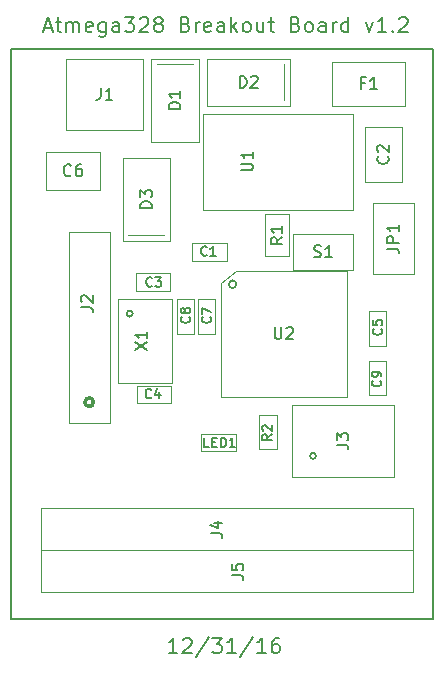
<source format=gbr>
%TF.GenerationSoftware,KiCad,Pcbnew,4.0.4+e1-6308~48~ubuntu16.04.1-stable*%
%TF.CreationDate,2016-12-31T15:13:52-08:00*%
%TF.ProjectId,atmega328,61746D6567613332382E6B696361645F,1.2*%
%TF.FileFunction,Other,Fab,Top*%
%FSLAX46Y46*%
G04 Gerber Fmt 4.6, Leading zero omitted, Abs format (unit mm)*
G04 Created by KiCad (PCBNEW 4.0.4+e1-6308~48~ubuntu16.04.1-stable) date Sat Dec 31 15:13:52 2016*
%MOMM*%
%LPD*%
G01*
G04 APERTURE LIST*
%ADD10C,0.350000*%
%ADD11C,0.152400*%
%ADD12C,0.203200*%
%ADD13C,0.300000*%
%ADD14C,0.050000*%
%ADD15C,0.200000*%
%ADD16C,0.100000*%
%ADD17C,0.045720*%
%ADD18C,0.150000*%
%ADD19C,0.177800*%
G04 APERTURE END LIST*
D10*
D11*
X141097000Y-135382000D02*
X141097000Y-87122000D01*
X105410000Y-135382000D02*
X141097000Y-135382000D01*
X105410000Y-87122000D02*
X105410000Y-135382000D01*
X141097000Y-87122000D02*
X105410000Y-87122000D01*
D12*
X119452571Y-138242524D02*
X118726857Y-138242524D01*
X119089714Y-138242524D02*
X119089714Y-136972524D01*
X118968762Y-137153952D01*
X118847809Y-137274905D01*
X118726857Y-137335381D01*
X119936381Y-137093476D02*
X119996857Y-137033000D01*
X120117809Y-136972524D01*
X120420190Y-136972524D01*
X120541143Y-137033000D01*
X120601619Y-137093476D01*
X120662095Y-137214429D01*
X120662095Y-137335381D01*
X120601619Y-137516810D01*
X119875905Y-138242524D01*
X120662095Y-138242524D01*
X122113524Y-136912048D02*
X121024952Y-138544905D01*
X122415905Y-136972524D02*
X123202095Y-136972524D01*
X122778762Y-137456333D01*
X122960190Y-137456333D01*
X123081143Y-137516810D01*
X123141619Y-137577286D01*
X123202095Y-137698238D01*
X123202095Y-138000619D01*
X123141619Y-138121571D01*
X123081143Y-138182048D01*
X122960190Y-138242524D01*
X122597333Y-138242524D01*
X122476381Y-138182048D01*
X122415905Y-138121571D01*
X124411619Y-138242524D02*
X123685905Y-138242524D01*
X124048762Y-138242524D02*
X124048762Y-136972524D01*
X123927810Y-137153952D01*
X123806857Y-137274905D01*
X123685905Y-137335381D01*
X125863048Y-136912048D02*
X124774476Y-138544905D01*
X126951619Y-138242524D02*
X126225905Y-138242524D01*
X126588762Y-138242524D02*
X126588762Y-136972524D01*
X126467810Y-137153952D01*
X126346857Y-137274905D01*
X126225905Y-137335381D01*
X128040191Y-136972524D02*
X127798286Y-136972524D01*
X127677334Y-137033000D01*
X127616857Y-137093476D01*
X127495905Y-137274905D01*
X127435429Y-137516810D01*
X127435429Y-138000619D01*
X127495905Y-138121571D01*
X127556381Y-138182048D01*
X127677334Y-138242524D01*
X127919238Y-138242524D01*
X128040191Y-138182048D01*
X128100667Y-138121571D01*
X128161143Y-138000619D01*
X128161143Y-137698238D01*
X128100667Y-137577286D01*
X128040191Y-137516810D01*
X127919238Y-137456333D01*
X127677334Y-137456333D01*
X127556381Y-137516810D01*
X127495905Y-137577286D01*
X127435429Y-137698238D01*
X108179810Y-85301667D02*
X108784572Y-85301667D01*
X108058857Y-85664524D02*
X108482191Y-84394524D01*
X108905524Y-85664524D01*
X109147428Y-84817857D02*
X109631238Y-84817857D01*
X109328857Y-84394524D02*
X109328857Y-85483095D01*
X109389333Y-85604048D01*
X109510286Y-85664524D01*
X109631238Y-85664524D01*
X110054571Y-85664524D02*
X110054571Y-84817857D01*
X110054571Y-84938810D02*
X110115047Y-84878333D01*
X110236000Y-84817857D01*
X110417428Y-84817857D01*
X110538380Y-84878333D01*
X110598857Y-84999286D01*
X110598857Y-85664524D01*
X110598857Y-84999286D02*
X110659333Y-84878333D01*
X110780285Y-84817857D01*
X110961714Y-84817857D01*
X111082666Y-84878333D01*
X111143142Y-84999286D01*
X111143142Y-85664524D01*
X112231713Y-85604048D02*
X112110761Y-85664524D01*
X111868856Y-85664524D01*
X111747904Y-85604048D01*
X111687428Y-85483095D01*
X111687428Y-84999286D01*
X111747904Y-84878333D01*
X111868856Y-84817857D01*
X112110761Y-84817857D01*
X112231713Y-84878333D01*
X112292190Y-84999286D01*
X112292190Y-85120238D01*
X111687428Y-85241190D01*
X113380761Y-84817857D02*
X113380761Y-85845952D01*
X113320284Y-85966905D01*
X113259808Y-86027381D01*
X113138856Y-86087857D01*
X112957427Y-86087857D01*
X112836475Y-86027381D01*
X113380761Y-85604048D02*
X113259808Y-85664524D01*
X113017904Y-85664524D01*
X112896951Y-85604048D01*
X112836475Y-85543571D01*
X112775999Y-85422619D01*
X112775999Y-85059762D01*
X112836475Y-84938810D01*
X112896951Y-84878333D01*
X113017904Y-84817857D01*
X113259808Y-84817857D01*
X113380761Y-84878333D01*
X114529809Y-85664524D02*
X114529809Y-84999286D01*
X114469332Y-84878333D01*
X114348380Y-84817857D01*
X114106475Y-84817857D01*
X113985523Y-84878333D01*
X114529809Y-85604048D02*
X114408856Y-85664524D01*
X114106475Y-85664524D01*
X113985523Y-85604048D01*
X113925047Y-85483095D01*
X113925047Y-85362143D01*
X113985523Y-85241190D01*
X114106475Y-85180714D01*
X114408856Y-85180714D01*
X114529809Y-85120238D01*
X115013619Y-84394524D02*
X115799809Y-84394524D01*
X115376476Y-84878333D01*
X115557904Y-84878333D01*
X115678857Y-84938810D01*
X115739333Y-84999286D01*
X115799809Y-85120238D01*
X115799809Y-85422619D01*
X115739333Y-85543571D01*
X115678857Y-85604048D01*
X115557904Y-85664524D01*
X115195047Y-85664524D01*
X115074095Y-85604048D01*
X115013619Y-85543571D01*
X116283619Y-84515476D02*
X116344095Y-84455000D01*
X116465047Y-84394524D01*
X116767428Y-84394524D01*
X116888381Y-84455000D01*
X116948857Y-84515476D01*
X117009333Y-84636429D01*
X117009333Y-84757381D01*
X116948857Y-84938810D01*
X116223143Y-85664524D01*
X117009333Y-85664524D01*
X117735048Y-84938810D02*
X117614095Y-84878333D01*
X117553619Y-84817857D01*
X117493143Y-84696905D01*
X117493143Y-84636429D01*
X117553619Y-84515476D01*
X117614095Y-84455000D01*
X117735048Y-84394524D01*
X117976952Y-84394524D01*
X118097905Y-84455000D01*
X118158381Y-84515476D01*
X118218857Y-84636429D01*
X118218857Y-84696905D01*
X118158381Y-84817857D01*
X118097905Y-84878333D01*
X117976952Y-84938810D01*
X117735048Y-84938810D01*
X117614095Y-84999286D01*
X117553619Y-85059762D01*
X117493143Y-85180714D01*
X117493143Y-85422619D01*
X117553619Y-85543571D01*
X117614095Y-85604048D01*
X117735048Y-85664524D01*
X117976952Y-85664524D01*
X118097905Y-85604048D01*
X118158381Y-85543571D01*
X118218857Y-85422619D01*
X118218857Y-85180714D01*
X118158381Y-85059762D01*
X118097905Y-84999286D01*
X117976952Y-84938810D01*
X120154095Y-84999286D02*
X120335524Y-85059762D01*
X120396000Y-85120238D01*
X120456476Y-85241190D01*
X120456476Y-85422619D01*
X120396000Y-85543571D01*
X120335524Y-85604048D01*
X120214571Y-85664524D01*
X119730762Y-85664524D01*
X119730762Y-84394524D01*
X120154095Y-84394524D01*
X120275048Y-84455000D01*
X120335524Y-84515476D01*
X120396000Y-84636429D01*
X120396000Y-84757381D01*
X120335524Y-84878333D01*
X120275048Y-84938810D01*
X120154095Y-84999286D01*
X119730762Y-84999286D01*
X121000762Y-85664524D02*
X121000762Y-84817857D01*
X121000762Y-85059762D02*
X121061238Y-84938810D01*
X121121714Y-84878333D01*
X121242667Y-84817857D01*
X121363619Y-84817857D01*
X122270761Y-85604048D02*
X122149809Y-85664524D01*
X121907904Y-85664524D01*
X121786952Y-85604048D01*
X121726476Y-85483095D01*
X121726476Y-84999286D01*
X121786952Y-84878333D01*
X121907904Y-84817857D01*
X122149809Y-84817857D01*
X122270761Y-84878333D01*
X122331238Y-84999286D01*
X122331238Y-85120238D01*
X121726476Y-85241190D01*
X123419809Y-85664524D02*
X123419809Y-84999286D01*
X123359332Y-84878333D01*
X123238380Y-84817857D01*
X122996475Y-84817857D01*
X122875523Y-84878333D01*
X123419809Y-85604048D02*
X123298856Y-85664524D01*
X122996475Y-85664524D01*
X122875523Y-85604048D01*
X122815047Y-85483095D01*
X122815047Y-85362143D01*
X122875523Y-85241190D01*
X122996475Y-85180714D01*
X123298856Y-85180714D01*
X123419809Y-85120238D01*
X124024571Y-85664524D02*
X124024571Y-84394524D01*
X124145523Y-85180714D02*
X124508380Y-85664524D01*
X124508380Y-84817857D02*
X124024571Y-85301667D01*
X125234095Y-85664524D02*
X125113142Y-85604048D01*
X125052666Y-85543571D01*
X124992190Y-85422619D01*
X124992190Y-85059762D01*
X125052666Y-84938810D01*
X125113142Y-84878333D01*
X125234095Y-84817857D01*
X125415523Y-84817857D01*
X125536475Y-84878333D01*
X125596952Y-84938810D01*
X125657428Y-85059762D01*
X125657428Y-85422619D01*
X125596952Y-85543571D01*
X125536475Y-85604048D01*
X125415523Y-85664524D01*
X125234095Y-85664524D01*
X126746000Y-84817857D02*
X126746000Y-85664524D01*
X126201714Y-84817857D02*
X126201714Y-85483095D01*
X126262190Y-85604048D01*
X126383143Y-85664524D01*
X126564571Y-85664524D01*
X126685523Y-85604048D01*
X126746000Y-85543571D01*
X127169333Y-84817857D02*
X127653143Y-84817857D01*
X127350762Y-84394524D02*
X127350762Y-85483095D01*
X127411238Y-85604048D01*
X127532191Y-85664524D01*
X127653143Y-85664524D01*
X129467428Y-84999286D02*
X129648857Y-85059762D01*
X129709333Y-85120238D01*
X129769809Y-85241190D01*
X129769809Y-85422619D01*
X129709333Y-85543571D01*
X129648857Y-85604048D01*
X129527904Y-85664524D01*
X129044095Y-85664524D01*
X129044095Y-84394524D01*
X129467428Y-84394524D01*
X129588381Y-84455000D01*
X129648857Y-84515476D01*
X129709333Y-84636429D01*
X129709333Y-84757381D01*
X129648857Y-84878333D01*
X129588381Y-84938810D01*
X129467428Y-84999286D01*
X129044095Y-84999286D01*
X130495524Y-85664524D02*
X130374571Y-85604048D01*
X130314095Y-85543571D01*
X130253619Y-85422619D01*
X130253619Y-85059762D01*
X130314095Y-84938810D01*
X130374571Y-84878333D01*
X130495524Y-84817857D01*
X130676952Y-84817857D01*
X130797904Y-84878333D01*
X130858381Y-84938810D01*
X130918857Y-85059762D01*
X130918857Y-85422619D01*
X130858381Y-85543571D01*
X130797904Y-85604048D01*
X130676952Y-85664524D01*
X130495524Y-85664524D01*
X132007429Y-85664524D02*
X132007429Y-84999286D01*
X131946952Y-84878333D01*
X131826000Y-84817857D01*
X131584095Y-84817857D01*
X131463143Y-84878333D01*
X132007429Y-85604048D02*
X131886476Y-85664524D01*
X131584095Y-85664524D01*
X131463143Y-85604048D01*
X131402667Y-85483095D01*
X131402667Y-85362143D01*
X131463143Y-85241190D01*
X131584095Y-85180714D01*
X131886476Y-85180714D01*
X132007429Y-85120238D01*
X132612191Y-85664524D02*
X132612191Y-84817857D01*
X132612191Y-85059762D02*
X132672667Y-84938810D01*
X132733143Y-84878333D01*
X132854096Y-84817857D01*
X132975048Y-84817857D01*
X133942667Y-85664524D02*
X133942667Y-84394524D01*
X133942667Y-85604048D02*
X133821714Y-85664524D01*
X133579810Y-85664524D01*
X133458857Y-85604048D01*
X133398381Y-85543571D01*
X133337905Y-85422619D01*
X133337905Y-85059762D01*
X133398381Y-84938810D01*
X133458857Y-84878333D01*
X133579810Y-84817857D01*
X133821714Y-84817857D01*
X133942667Y-84878333D01*
X135394096Y-84817857D02*
X135696477Y-85664524D01*
X135998857Y-84817857D01*
X137147905Y-85664524D02*
X136422191Y-85664524D01*
X136785048Y-85664524D02*
X136785048Y-84394524D01*
X136664096Y-84575952D01*
X136543143Y-84696905D01*
X136422191Y-84757381D01*
X137692191Y-85543571D02*
X137752667Y-85604048D01*
X137692191Y-85664524D01*
X137631715Y-85604048D01*
X137692191Y-85543571D01*
X137692191Y-85664524D01*
X138236477Y-84515476D02*
X138296953Y-84455000D01*
X138417905Y-84394524D01*
X138720286Y-84394524D01*
X138841239Y-84455000D01*
X138901715Y-84515476D01*
X138962191Y-84636429D01*
X138962191Y-84757381D01*
X138901715Y-84938810D01*
X138176001Y-85664524D01*
X138962191Y-85664524D01*
D13*
X112347810Y-116992400D02*
G75*
G03X112347810Y-116992400I-359210J0D01*
G01*
D14*
X113738600Y-118742400D02*
X113738600Y-102542400D01*
X113748600Y-118732400D02*
X110248600Y-118732400D01*
X110258600Y-118752400D02*
X110258600Y-102552400D01*
X113758600Y-102562400D02*
X110258600Y-102562400D01*
X126873000Y-104648000D02*
X128905000Y-104648000D01*
X126873000Y-101092000D02*
X126873000Y-104648000D01*
X128905000Y-101092000D02*
X126873000Y-101092000D01*
X128905000Y-104648000D02*
X128905000Y-101092000D01*
X121486000Y-119646000D02*
X124386000Y-119646000D01*
X121486000Y-119646000D02*
X121486000Y-121146000D01*
X124386000Y-119646000D02*
X124386000Y-121146000D01*
X121486000Y-121146000D02*
X124386000Y-121146000D01*
X107950000Y-125984000D02*
X139446000Y-125984000D01*
X139446000Y-129540000D02*
X139446000Y-125984000D01*
X107950000Y-129540000D02*
X139446000Y-129540000D01*
X107950000Y-125984000D02*
X107950000Y-129540000D01*
X137795000Y-117221000D02*
X129159000Y-117221000D01*
X137795000Y-123317000D02*
X137795000Y-117221000D01*
X129159000Y-123317000D02*
X137795000Y-123317000D01*
X129159000Y-117221000D02*
X129159000Y-123317000D01*
D15*
X131191000Y-121539000D02*
G75*
G03X131191000Y-121539000I-254000J0D01*
G01*
D14*
X109984000Y-87912000D02*
X116584000Y-87919560D01*
X109984000Y-87912000D02*
X109984000Y-93962000D01*
X116584000Y-87912000D02*
X116584000Y-93962000D01*
X109984000Y-93962000D02*
X116584000Y-93962000D01*
X138736000Y-91893000D02*
X132536000Y-91893000D01*
X138736000Y-88193000D02*
X132536000Y-88193000D01*
X132536000Y-91893000D02*
X132536000Y-88193000D01*
X138736000Y-91893000D02*
X138736000Y-88193000D01*
D16*
X115316000Y-102870000D02*
X118364000Y-102870000D01*
D14*
X118840000Y-103322000D02*
X114840000Y-103322000D01*
X118840000Y-96322000D02*
X118840000Y-103322000D01*
X114840000Y-96322000D02*
X118840000Y-96322000D01*
X114840000Y-103322000D02*
X114840000Y-96322000D01*
D16*
X128524000Y-91440000D02*
X128524000Y-88392000D01*
D14*
X128976000Y-87916000D02*
X128976000Y-91916000D01*
X121976000Y-87916000D02*
X128976000Y-87916000D01*
X121976000Y-91916000D02*
X121976000Y-87916000D01*
X128976000Y-91916000D02*
X121976000Y-91916000D01*
D16*
X120777000Y-88392000D02*
X117729000Y-88392000D01*
D14*
X117253000Y-87940000D02*
X121253000Y-87940000D01*
X117253000Y-94940000D02*
X117253000Y-87940000D01*
X121253000Y-94940000D02*
X117253000Y-94940000D01*
X121253000Y-87940000D02*
X121253000Y-94940000D01*
X137148000Y-113485000D02*
X137148000Y-116385000D01*
X137148000Y-113485000D02*
X135648000Y-113485000D01*
X137148000Y-116385000D02*
X135648000Y-116385000D01*
X135648000Y-113485000D02*
X135648000Y-116385000D01*
X119392000Y-111178000D02*
X119392000Y-108278000D01*
X119392000Y-111178000D02*
X120892000Y-111178000D01*
X119392000Y-108278000D02*
X120892000Y-108278000D01*
X120892000Y-111178000D02*
X120892000Y-108278000D01*
X121170000Y-111190000D02*
X121170000Y-108290000D01*
X121170000Y-111190000D02*
X122670000Y-111190000D01*
X121170000Y-108290000D02*
X122670000Y-108290000D01*
X122670000Y-111190000D02*
X122670000Y-108290000D01*
X112917000Y-99009000D02*
X112917000Y-95809000D01*
X112917000Y-99009000D02*
X108317000Y-99009000D01*
X108317000Y-99009000D02*
X108317000Y-95809000D01*
X112917000Y-95809000D02*
X108317000Y-95809000D01*
X135648000Y-112194000D02*
X135648000Y-109294000D01*
X135648000Y-112194000D02*
X137148000Y-112194000D01*
X135648000Y-109294000D02*
X137148000Y-109294000D01*
X137148000Y-112194000D02*
X137148000Y-109294000D01*
X118925000Y-117082000D02*
X116025000Y-117082000D01*
X118925000Y-117082000D02*
X118925000Y-115582000D01*
X116025000Y-117082000D02*
X116025000Y-115582000D01*
X118925000Y-115582000D02*
X116025000Y-115582000D01*
X115910000Y-106057000D02*
X118810000Y-106057000D01*
X115910000Y-106057000D02*
X115910000Y-107557000D01*
X118810000Y-106057000D02*
X118810000Y-107557000D01*
X115910000Y-107557000D02*
X118810000Y-107557000D01*
X138506000Y-93712000D02*
X135306000Y-93712000D01*
X138506000Y-93712000D02*
X138506000Y-98312000D01*
X138506000Y-98312000D02*
X135306000Y-98312000D01*
X135306000Y-93712000D02*
X135306000Y-98312000D01*
X123624000Y-105017000D02*
X120724000Y-105017000D01*
X123624000Y-105017000D02*
X123624000Y-103517000D01*
X120724000Y-105017000D02*
X120724000Y-103517000D01*
X123624000Y-103517000D02*
X120724000Y-103517000D01*
X127877000Y-118045000D02*
X127877000Y-120945000D01*
X127877000Y-118045000D02*
X126377000Y-118045000D01*
X127877000Y-120945000D02*
X126377000Y-120945000D01*
X126377000Y-118045000D02*
X126377000Y-120945000D01*
X118973600Y-108229400D02*
X118973600Y-115341400D01*
X114401600Y-108229400D02*
X118973600Y-108229400D01*
X114401600Y-115341400D02*
X114401600Y-108229400D01*
X118973600Y-115341400D02*
X114401600Y-115341400D01*
D15*
X115671600Y-109499400D02*
G75*
G03X115671600Y-109499400I-254000J0D01*
G01*
D14*
X121584720Y-100711000D02*
X121584720Y-92583000D01*
X134284720Y-100711000D02*
X121584720Y-100711000D01*
X134284720Y-100457000D02*
X134284720Y-100711000D01*
X134284720Y-92583000D02*
X134284720Y-100457000D01*
X121584720Y-92583000D02*
X134284720Y-92583000D01*
X134337000Y-105791000D02*
X129257000Y-105791000D01*
X134337000Y-102743000D02*
X134337000Y-105791000D01*
X129257000Y-102743000D02*
X134337000Y-102743000D01*
X129257000Y-105791000D02*
X129257000Y-102743000D01*
X139446000Y-133096000D02*
X107950000Y-133096000D01*
X107950000Y-129540000D02*
X107950000Y-133096000D01*
X139446000Y-129540000D02*
X107950000Y-129540000D01*
X139446000Y-133096000D02*
X139446000Y-129540000D01*
X135981500Y-100144000D02*
X135981500Y-106144000D01*
X135981500Y-100144000D02*
X139481500Y-100144000D01*
X139481500Y-106144000D02*
X139481500Y-100144000D01*
X135981500Y-106144000D02*
X139481500Y-106144000D01*
D17*
X123113800Y-106938500D02*
X124447300Y-105859000D01*
D11*
X124447300Y-107002000D02*
G75*
G03X124447300Y-107002000I-317500J0D01*
G01*
D14*
X133781800Y-116527000D02*
X133781800Y-105859000D01*
X123113800Y-116527000D02*
X133781800Y-116527000D01*
X123113800Y-106938500D02*
X123113800Y-116527000D01*
X133781800Y-105859000D02*
X124447300Y-105859000D01*
D18*
X111270981Y-108935733D02*
X111985267Y-108935733D01*
X112128124Y-108983353D01*
X112223362Y-109078591D01*
X112270981Y-109221448D01*
X112270981Y-109316686D01*
X111366219Y-108507162D02*
X111318600Y-108459543D01*
X111270981Y-108364305D01*
X111270981Y-108126209D01*
X111318600Y-108030971D01*
X111366219Y-107983352D01*
X111461457Y-107935733D01*
X111556695Y-107935733D01*
X111699552Y-107983352D01*
X112270981Y-108554781D01*
X112270981Y-107935733D01*
X128341381Y-103036666D02*
X127865190Y-103370000D01*
X128341381Y-103608095D02*
X127341381Y-103608095D01*
X127341381Y-103227142D01*
X127389000Y-103131904D01*
X127436619Y-103084285D01*
X127531857Y-103036666D01*
X127674714Y-103036666D01*
X127769952Y-103084285D01*
X127817571Y-103131904D01*
X127865190Y-103227142D01*
X127865190Y-103608095D01*
X128341381Y-102084285D02*
X128341381Y-102655714D01*
X128341381Y-102370000D02*
X127341381Y-102370000D01*
X127484238Y-102465238D01*
X127579476Y-102560476D01*
X127627095Y-102655714D01*
X122130762Y-120797905D02*
X121749809Y-120797905D01*
X121749809Y-119997905D01*
X122397428Y-120378857D02*
X122664095Y-120378857D01*
X122778381Y-120797905D02*
X122397428Y-120797905D01*
X122397428Y-119997905D01*
X122778381Y-119997905D01*
X123121238Y-120797905D02*
X123121238Y-119997905D01*
X123311714Y-119997905D01*
X123426000Y-120036000D01*
X123502191Y-120112190D01*
X123540286Y-120188381D01*
X123578381Y-120340762D01*
X123578381Y-120455048D01*
X123540286Y-120607429D01*
X123502191Y-120683619D01*
X123426000Y-120759810D01*
X123311714Y-120797905D01*
X123121238Y-120797905D01*
X124340286Y-120797905D02*
X123883143Y-120797905D01*
X124111714Y-120797905D02*
X124111714Y-119997905D01*
X124035524Y-120112190D01*
X123959333Y-120188381D01*
X123883143Y-120226476D01*
X122261381Y-128095333D02*
X122975667Y-128095333D01*
X123118524Y-128142953D01*
X123213762Y-128238191D01*
X123261381Y-128381048D01*
X123261381Y-128476286D01*
X122594714Y-127190571D02*
X123261381Y-127190571D01*
X122213762Y-127428667D02*
X122928048Y-127666762D01*
X122928048Y-127047714D01*
X132929381Y-120602333D02*
X133643667Y-120602333D01*
X133786524Y-120649953D01*
X133881762Y-120745191D01*
X133929381Y-120888048D01*
X133929381Y-120983286D01*
X132929381Y-120221381D02*
X132929381Y-119602333D01*
X133310333Y-119935667D01*
X133310333Y-119792809D01*
X133357952Y-119697571D01*
X133405571Y-119649952D01*
X133500810Y-119602333D01*
X133738905Y-119602333D01*
X133834143Y-119649952D01*
X133881762Y-119697571D01*
X133929381Y-119792809D01*
X133929381Y-120078524D01*
X133881762Y-120173762D01*
X133834143Y-120221381D01*
X112950667Y-90384381D02*
X112950667Y-91098667D01*
X112903047Y-91241524D01*
X112807809Y-91336762D01*
X112664952Y-91384381D01*
X112569714Y-91384381D01*
X113950667Y-91384381D02*
X113379238Y-91384381D01*
X113664952Y-91384381D02*
X113664952Y-90384381D01*
X113569714Y-90527238D01*
X113474476Y-90622476D01*
X113379238Y-90670095D01*
X135302667Y-89971571D02*
X134969333Y-89971571D01*
X134969333Y-90495381D02*
X134969333Y-89495381D01*
X135445524Y-89495381D01*
X136350286Y-90495381D02*
X135778857Y-90495381D01*
X136064571Y-90495381D02*
X136064571Y-89495381D01*
X135969333Y-89638238D01*
X135874095Y-89733476D01*
X135778857Y-89781095D01*
X117292381Y-100560095D02*
X116292381Y-100560095D01*
X116292381Y-100322000D01*
X116340000Y-100179142D01*
X116435238Y-100083904D01*
X116530476Y-100036285D01*
X116720952Y-99988666D01*
X116863810Y-99988666D01*
X117054286Y-100036285D01*
X117149524Y-100083904D01*
X117244762Y-100179142D01*
X117292381Y-100322000D01*
X117292381Y-100560095D01*
X116292381Y-99655333D02*
X116292381Y-99036285D01*
X116673333Y-99369619D01*
X116673333Y-99226761D01*
X116720952Y-99131523D01*
X116768571Y-99083904D01*
X116863810Y-99036285D01*
X117101905Y-99036285D01*
X117197143Y-99083904D01*
X117244762Y-99131523D01*
X117292381Y-99226761D01*
X117292381Y-99512476D01*
X117244762Y-99607714D01*
X117197143Y-99655333D01*
X124737905Y-90368381D02*
X124737905Y-89368381D01*
X124976000Y-89368381D01*
X125118858Y-89416000D01*
X125214096Y-89511238D01*
X125261715Y-89606476D01*
X125309334Y-89796952D01*
X125309334Y-89939810D01*
X125261715Y-90130286D01*
X125214096Y-90225524D01*
X125118858Y-90320762D01*
X124976000Y-90368381D01*
X124737905Y-90368381D01*
X125690286Y-89463619D02*
X125737905Y-89416000D01*
X125833143Y-89368381D01*
X126071239Y-89368381D01*
X126166477Y-89416000D01*
X126214096Y-89463619D01*
X126261715Y-89558857D01*
X126261715Y-89654095D01*
X126214096Y-89796952D01*
X125642667Y-90368381D01*
X126261715Y-90368381D01*
X119705381Y-92178095D02*
X118705381Y-92178095D01*
X118705381Y-91940000D01*
X118753000Y-91797142D01*
X118848238Y-91701904D01*
X118943476Y-91654285D01*
X119133952Y-91606666D01*
X119276810Y-91606666D01*
X119467286Y-91654285D01*
X119562524Y-91701904D01*
X119657762Y-91797142D01*
X119705381Y-91940000D01*
X119705381Y-92178095D01*
X119705381Y-90654285D02*
X119705381Y-91225714D01*
X119705381Y-90940000D02*
X118705381Y-90940000D01*
X118848238Y-91035238D01*
X118943476Y-91130476D01*
X118991095Y-91225714D01*
X136643714Y-115158333D02*
X136681810Y-115196428D01*
X136719905Y-115310714D01*
X136719905Y-115386904D01*
X136681810Y-115501190D01*
X136605619Y-115577381D01*
X136529429Y-115615476D01*
X136377048Y-115653571D01*
X136262762Y-115653571D01*
X136110381Y-115615476D01*
X136034190Y-115577381D01*
X135958000Y-115501190D01*
X135919905Y-115386904D01*
X135919905Y-115310714D01*
X135958000Y-115196428D01*
X135996095Y-115158333D01*
X136719905Y-114777381D02*
X136719905Y-114625000D01*
X136681810Y-114548809D01*
X136643714Y-114510714D01*
X136529429Y-114434523D01*
X136377048Y-114396428D01*
X136072286Y-114396428D01*
X135996095Y-114434523D01*
X135958000Y-114472619D01*
X135919905Y-114548809D01*
X135919905Y-114701190D01*
X135958000Y-114777381D01*
X135996095Y-114815476D01*
X136072286Y-114853571D01*
X136262762Y-114853571D01*
X136338952Y-114815476D01*
X136377048Y-114777381D01*
X136415143Y-114701190D01*
X136415143Y-114548809D01*
X136377048Y-114472619D01*
X136338952Y-114434523D01*
X136262762Y-114396428D01*
X120467714Y-109771333D02*
X120505810Y-109809428D01*
X120543905Y-109923714D01*
X120543905Y-109999904D01*
X120505810Y-110114190D01*
X120429619Y-110190381D01*
X120353429Y-110228476D01*
X120201048Y-110266571D01*
X120086762Y-110266571D01*
X119934381Y-110228476D01*
X119858190Y-110190381D01*
X119782000Y-110114190D01*
X119743905Y-109999904D01*
X119743905Y-109923714D01*
X119782000Y-109809428D01*
X119820095Y-109771333D01*
X120086762Y-109314190D02*
X120048667Y-109390381D01*
X120010571Y-109428476D01*
X119934381Y-109466571D01*
X119896286Y-109466571D01*
X119820095Y-109428476D01*
X119782000Y-109390381D01*
X119743905Y-109314190D01*
X119743905Y-109161809D01*
X119782000Y-109085619D01*
X119820095Y-109047523D01*
X119896286Y-109009428D01*
X119934381Y-109009428D01*
X120010571Y-109047523D01*
X120048667Y-109085619D01*
X120086762Y-109161809D01*
X120086762Y-109314190D01*
X120124857Y-109390381D01*
X120162952Y-109428476D01*
X120239143Y-109466571D01*
X120391524Y-109466571D01*
X120467714Y-109428476D01*
X120505810Y-109390381D01*
X120543905Y-109314190D01*
X120543905Y-109161809D01*
X120505810Y-109085619D01*
X120467714Y-109047523D01*
X120391524Y-109009428D01*
X120239143Y-109009428D01*
X120162952Y-109047523D01*
X120124857Y-109085619D01*
X120086762Y-109161809D01*
X122245714Y-109783333D02*
X122283810Y-109821428D01*
X122321905Y-109935714D01*
X122321905Y-110011904D01*
X122283810Y-110126190D01*
X122207619Y-110202381D01*
X122131429Y-110240476D01*
X121979048Y-110278571D01*
X121864762Y-110278571D01*
X121712381Y-110240476D01*
X121636190Y-110202381D01*
X121560000Y-110126190D01*
X121521905Y-110011904D01*
X121521905Y-109935714D01*
X121560000Y-109821428D01*
X121598095Y-109783333D01*
X121521905Y-109516666D02*
X121521905Y-108983333D01*
X122321905Y-109326190D01*
X110450334Y-97766143D02*
X110402715Y-97813762D01*
X110259858Y-97861381D01*
X110164620Y-97861381D01*
X110021762Y-97813762D01*
X109926524Y-97718524D01*
X109878905Y-97623286D01*
X109831286Y-97432810D01*
X109831286Y-97289952D01*
X109878905Y-97099476D01*
X109926524Y-97004238D01*
X110021762Y-96909000D01*
X110164620Y-96861381D01*
X110259858Y-96861381D01*
X110402715Y-96909000D01*
X110450334Y-96956619D01*
X111307477Y-96861381D02*
X111117000Y-96861381D01*
X111021762Y-96909000D01*
X110974143Y-96956619D01*
X110878905Y-97099476D01*
X110831286Y-97289952D01*
X110831286Y-97670905D01*
X110878905Y-97766143D01*
X110926524Y-97813762D01*
X111021762Y-97861381D01*
X111212239Y-97861381D01*
X111307477Y-97813762D01*
X111355096Y-97766143D01*
X111402715Y-97670905D01*
X111402715Y-97432810D01*
X111355096Y-97337571D01*
X111307477Y-97289952D01*
X111212239Y-97242333D01*
X111021762Y-97242333D01*
X110926524Y-97289952D01*
X110878905Y-97337571D01*
X110831286Y-97432810D01*
X136723714Y-110787333D02*
X136761810Y-110825428D01*
X136799905Y-110939714D01*
X136799905Y-111015904D01*
X136761810Y-111130190D01*
X136685619Y-111206381D01*
X136609429Y-111244476D01*
X136457048Y-111282571D01*
X136342762Y-111282571D01*
X136190381Y-111244476D01*
X136114190Y-111206381D01*
X136038000Y-111130190D01*
X135999905Y-111015904D01*
X135999905Y-110939714D01*
X136038000Y-110825428D01*
X136076095Y-110787333D01*
X135999905Y-110063523D02*
X135999905Y-110444476D01*
X136380857Y-110482571D01*
X136342762Y-110444476D01*
X136304667Y-110368285D01*
X136304667Y-110177809D01*
X136342762Y-110101619D01*
X136380857Y-110063523D01*
X136457048Y-110025428D01*
X136647524Y-110025428D01*
X136723714Y-110063523D01*
X136761810Y-110101619D01*
X136799905Y-110177809D01*
X136799905Y-110368285D01*
X136761810Y-110444476D01*
X136723714Y-110482571D01*
X117251667Y-116577714D02*
X117213572Y-116615810D01*
X117099286Y-116653905D01*
X117023096Y-116653905D01*
X116908810Y-116615810D01*
X116832619Y-116539619D01*
X116794524Y-116463429D01*
X116756429Y-116311048D01*
X116756429Y-116196762D01*
X116794524Y-116044381D01*
X116832619Y-115968190D01*
X116908810Y-115892000D01*
X117023096Y-115853905D01*
X117099286Y-115853905D01*
X117213572Y-115892000D01*
X117251667Y-115930095D01*
X117937381Y-116120571D02*
X117937381Y-116653905D01*
X117746905Y-115815810D02*
X117556429Y-116387238D01*
X118051667Y-116387238D01*
X117316667Y-107132714D02*
X117278572Y-107170810D01*
X117164286Y-107208905D01*
X117088096Y-107208905D01*
X116973810Y-107170810D01*
X116897619Y-107094619D01*
X116859524Y-107018429D01*
X116821429Y-106866048D01*
X116821429Y-106751762D01*
X116859524Y-106599381D01*
X116897619Y-106523190D01*
X116973810Y-106447000D01*
X117088096Y-106408905D01*
X117164286Y-106408905D01*
X117278572Y-106447000D01*
X117316667Y-106485095D01*
X117583334Y-106408905D02*
X118078572Y-106408905D01*
X117811905Y-106713667D01*
X117926191Y-106713667D01*
X118002381Y-106751762D01*
X118040477Y-106789857D01*
X118078572Y-106866048D01*
X118078572Y-107056524D01*
X118040477Y-107132714D01*
X118002381Y-107170810D01*
X117926191Y-107208905D01*
X117697619Y-107208905D01*
X117621429Y-107170810D01*
X117583334Y-107132714D01*
X137263143Y-96178666D02*
X137310762Y-96226285D01*
X137358381Y-96369142D01*
X137358381Y-96464380D01*
X137310762Y-96607238D01*
X137215524Y-96702476D01*
X137120286Y-96750095D01*
X136929810Y-96797714D01*
X136786952Y-96797714D01*
X136596476Y-96750095D01*
X136501238Y-96702476D01*
X136406000Y-96607238D01*
X136358381Y-96464380D01*
X136358381Y-96369142D01*
X136406000Y-96226285D01*
X136453619Y-96178666D01*
X136453619Y-95797714D02*
X136406000Y-95750095D01*
X136358381Y-95654857D01*
X136358381Y-95416761D01*
X136406000Y-95321523D01*
X136453619Y-95273904D01*
X136548857Y-95226285D01*
X136644095Y-95226285D01*
X136786952Y-95273904D01*
X137358381Y-95845333D01*
X137358381Y-95226285D01*
X121950667Y-104512714D02*
X121912572Y-104550810D01*
X121798286Y-104588905D01*
X121722096Y-104588905D01*
X121607810Y-104550810D01*
X121531619Y-104474619D01*
X121493524Y-104398429D01*
X121455429Y-104246048D01*
X121455429Y-104131762D01*
X121493524Y-103979381D01*
X121531619Y-103903190D01*
X121607810Y-103827000D01*
X121722096Y-103788905D01*
X121798286Y-103788905D01*
X121912572Y-103827000D01*
X121950667Y-103865095D01*
X122712572Y-104588905D02*
X122255429Y-104588905D01*
X122484000Y-104588905D02*
X122484000Y-103788905D01*
X122407810Y-103903190D01*
X122331619Y-103979381D01*
X122255429Y-104017476D01*
X127448905Y-119718333D02*
X127067952Y-119985000D01*
X127448905Y-120175476D02*
X126648905Y-120175476D01*
X126648905Y-119870714D01*
X126687000Y-119794523D01*
X126725095Y-119756428D01*
X126801286Y-119718333D01*
X126915571Y-119718333D01*
X126991762Y-119756428D01*
X127029857Y-119794523D01*
X127067952Y-119870714D01*
X127067952Y-120175476D01*
X126725095Y-119413571D02*
X126687000Y-119375476D01*
X126648905Y-119299285D01*
X126648905Y-119108809D01*
X126687000Y-119032619D01*
X126725095Y-118994523D01*
X126801286Y-118956428D01*
X126877476Y-118956428D01*
X126991762Y-118994523D01*
X127448905Y-119451666D01*
X127448905Y-118956428D01*
X115885981Y-112594924D02*
X116885981Y-111928257D01*
X115885981Y-111928257D02*
X116885981Y-112594924D01*
X116885981Y-111023495D02*
X116885981Y-111594924D01*
X116885981Y-111309210D02*
X115885981Y-111309210D01*
X116028838Y-111404448D01*
X116124076Y-111499686D01*
X116171695Y-111594924D01*
D19*
X124838339Y-97370295D02*
X125660815Y-97370295D01*
X125757577Y-97321914D01*
X125805958Y-97273533D01*
X125854339Y-97176771D01*
X125854339Y-96983248D01*
X125805958Y-96886486D01*
X125757577Y-96838105D01*
X125660815Y-96789724D01*
X124838339Y-96789724D01*
X125854339Y-95773724D02*
X125854339Y-96354295D01*
X125854339Y-96064009D02*
X124838339Y-96064009D01*
X124983482Y-96160771D01*
X125080244Y-96257533D01*
X125128625Y-96354295D01*
D18*
X131035095Y-104671762D02*
X131177952Y-104719381D01*
X131416048Y-104719381D01*
X131511286Y-104671762D01*
X131558905Y-104624143D01*
X131606524Y-104528905D01*
X131606524Y-104433667D01*
X131558905Y-104338429D01*
X131511286Y-104290810D01*
X131416048Y-104243190D01*
X131225571Y-104195571D01*
X131130333Y-104147952D01*
X131082714Y-104100333D01*
X131035095Y-104005095D01*
X131035095Y-103909857D01*
X131082714Y-103814619D01*
X131130333Y-103767000D01*
X131225571Y-103719381D01*
X131463667Y-103719381D01*
X131606524Y-103767000D01*
X132558905Y-104719381D02*
X131987476Y-104719381D01*
X132273190Y-104719381D02*
X132273190Y-103719381D01*
X132177952Y-103862238D01*
X132082714Y-103957476D01*
X131987476Y-104005095D01*
X124039381Y-131651333D02*
X124753667Y-131651333D01*
X124896524Y-131698953D01*
X124991762Y-131794191D01*
X125039381Y-131937048D01*
X125039381Y-132032286D01*
X124039381Y-130698952D02*
X124039381Y-131175143D01*
X124515571Y-131222762D01*
X124467952Y-131175143D01*
X124420333Y-131079905D01*
X124420333Y-130841809D01*
X124467952Y-130746571D01*
X124515571Y-130698952D01*
X124610810Y-130651333D01*
X124848905Y-130651333D01*
X124944143Y-130698952D01*
X124991762Y-130746571D01*
X125039381Y-130841809D01*
X125039381Y-131079905D01*
X124991762Y-131175143D01*
X124944143Y-131222762D01*
D11*
X137175119Y-103990667D02*
X137900833Y-103990667D01*
X138045976Y-104039047D01*
X138142738Y-104135809D01*
X138191119Y-104280952D01*
X138191119Y-104377714D01*
X138191119Y-103506857D02*
X137175119Y-103506857D01*
X137175119Y-103119810D01*
X137223500Y-103023048D01*
X137271881Y-102974667D01*
X137368643Y-102926286D01*
X137513786Y-102926286D01*
X137610548Y-102974667D01*
X137658929Y-103023048D01*
X137707310Y-103119810D01*
X137707310Y-103506857D01*
X138191119Y-101958667D02*
X138191119Y-102539238D01*
X138191119Y-102248952D02*
X137175119Y-102248952D01*
X137320262Y-102345714D01*
X137417024Y-102442476D01*
X137465405Y-102539238D01*
D18*
X127685895Y-110645381D02*
X127685895Y-111454905D01*
X127733514Y-111550143D01*
X127781133Y-111597762D01*
X127876371Y-111645381D01*
X128066848Y-111645381D01*
X128162086Y-111597762D01*
X128209705Y-111550143D01*
X128257324Y-111454905D01*
X128257324Y-110645381D01*
X128685895Y-110740619D02*
X128733514Y-110693000D01*
X128828752Y-110645381D01*
X129066848Y-110645381D01*
X129162086Y-110693000D01*
X129209705Y-110740619D01*
X129257324Y-110835857D01*
X129257324Y-110931095D01*
X129209705Y-111073952D01*
X128638276Y-111645381D01*
X129257324Y-111645381D01*
M02*

</source>
